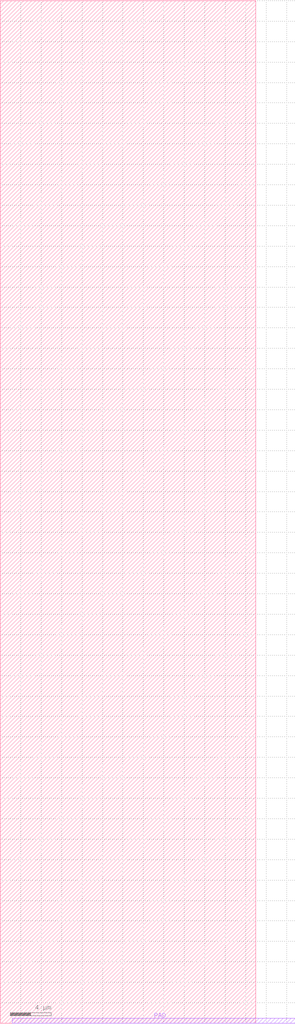
<source format=lef>
VERSION 5.8 ;
BUSBITCHARS "[]" ;
DIVIDERCHAR "/" ;

SITE IO_SITE
  CLASS PAD ;
  SIZE 1 BY 150 ;
END IO_SITE

MACRO PAD
  CLASS PAD ;
  ORIGIN 0 0 ;
  SIZE 25 BY 100 ;
  SYMMETRY X Y ;
  SITE IO_SITE ;
  PIN PAD
    DIRECTION INOUT ;
    USE SIGNAL ;
    PORT
      LAYER metal4 ;
        RECT 1.15 0 28.85 0.5 ;
    END
  END PAD
  PIN Y
    DIRECTION OUTPUT ;
    USE SIGNAL ;
  END Y
  PIN TRIEN
    DIRECTION INPUT ;
    USE SIGNAL ;
  END TRIEN
  PIN RXEN
    DIRECTION INPUT ;
    USE SIGNAL ;
  END RXEN
  PIN DATA
    DIRECTION INPUT ;
    USE SIGNAL ;
  END DATA
  PIN NDIN
    DIRECTION INPUT ;
    USE SIGNAL ;
  END NDIN
END PAD


</source>
